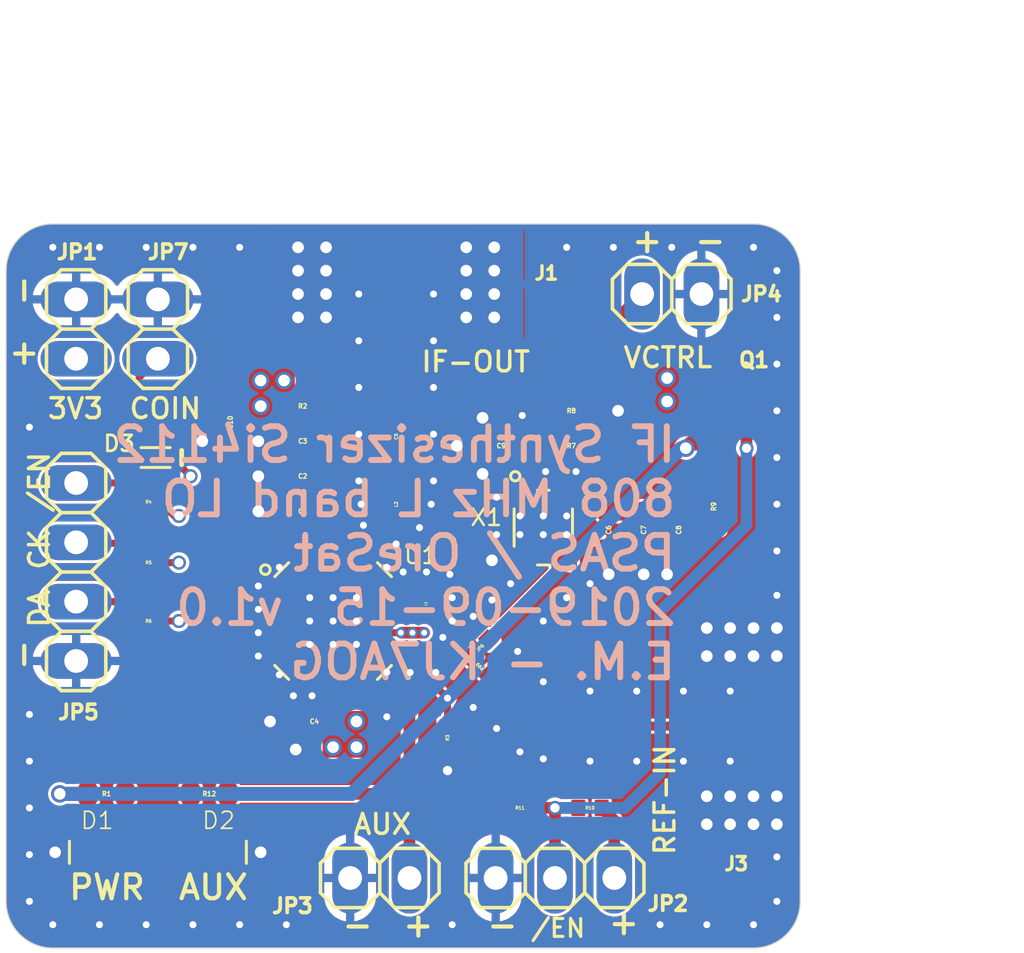
<source format=kicad_pcb>
(kicad_pcb (version 20241229) (generator "pcbnew") (generator_version "9.0")
  (layers (0 "F.Cu" signal) (4 "In1.Cu" signal) (6 "In2.Cu" signal) (2 "B.Cu" signal) (13 "F.Paste" user) (15 "B.Paste" user) (5 "F.SilkS" user "F.Silkscreen") (7 "B.SilkS" user "B.Silkscreen") (1 "F.Mask" user) (3 "B.Mask" user) (25 "Edge.Cuts" user))
  (net 0 "")
  (net 1 "GND")
  (net 2 "/SEN")
  (net 3 "SCLK")
  (net 4 "SDATA")
  (net 5 "AUX")
  (net 6 "REF_IN")
  (net 7 "IF_OUT")
  (net 8 "N$93")
  (net 9 "+3V3")
  (net 10 "VCTRL")
  (net 11 "N$21")
  (net 12 "N$22")
  (net 13 "N$2")
  (net 14 "N$3")
  (net 15 "N$25")
  (net 16 "N$10")
  (net 17 "N$11")
  (net 18 "XIN")
  (net 19 "N$9")
  (net 20 "N$4")
  (net 21 "N$5")
  (net 22 "N$1")
  (footprint "synthesizer-IF-Si4112:.0603-B-NOSILK" (layer "F.Cu") (at 144.7011 110.8036 180)
    (property "Reference" "C4")
    (property "Value" "22n" (hide yes))
  )
  (footprint "synthesizer-IF-Si4112:SOT23_401" (layer "F.Cu") (at 161.8011 97.8036 180)
    (property "Reference" "Q1")
    (property "Value" "PMOS" (hide yes))
  )
  (footprint "synthesizer-IF-Si4112:.0402-B-NOSILK" (layer "F.Cu") (at 151.8011 107.6536 45)
    (property "Reference" "JP6")
    (property "Value" "0" (hide yes))
  )
  (footprint "synthesizer-IF-Si4112:SOD-523_514" (layer "F.Cu") (at 137.9011 99.5036)
    (property "Reference" "D3" (hide yes))
    (property "Value" "120mA/40V/370mV" (hide yes))
  )
  (footprint "synthesizer-IF-Si4112:.0603-B-NOSILK" (layer "F.Cu") (at 144.2011 97.3036 180)
    (property "Reference" "R2")
    (property "Value" "0" (hide yes))
  )
  (footprint "synthesizer-IF-Si4112:.0402-B-NOSILK" (layer "F.Cu") (at 148.2011 101.5036 90)
    (property "Reference" "L2")
    (property "Value" "18n" (hide yes))
  )
  (footprint "synthesizer-IF-Si4112:.0603-B-NOSILK" (layer "F.Cu") (at 155.7011 99.0036)
    (property "Reference" "R7")
    (property "Value" "NP" (hide yes))
  )
  (footprint "synthesizer-IF-Si4112:.0603-B-NOSILK" (layer "F.Cu") (at 144.2011 98.8036 180)
    (property "Reference" "C3")
    (property "Value" "NP" (hide yes))
  )
  (footprint "synthesizer-IF-Si4112:1X03_325" (layer "F.Cu") (at 155.0011 117.5036)
    (property "Reference" "JP2")
    (property "Value" "")
  )
  (footprint "synthesizer-IF-Si4112:3.2X2.5" (layer "F.Cu") (at 154.5011 102.5036 -90)
    (property "Reference" "X1")
    (property "Value" "ECS-TXO-3225" (hide yes))
  )
  (footprint "synthesizer-IF-Si4112:1X02_325" (layer "F.Cu") (at 138.0011 94.0036 -90)
    (property "Reference" "JP7")
    (property "Value" "")
  )
  (footprint "synthesizer-IF-Si4112:1X02_325" (layer "F.Cu") (at 160.0011 92.5036 180)
    (property "Reference" "JP4")
    (property "Value" "")
  )
  (footprint "synthesizer-IF-Si4112:.0603-B-NOSILK" (layer "F.Cu") (at 157.3011 102.6036 -90)
    (property "Reference" "C6")
    (property "Value" "NP" (hide yes))
  )
  (footprint "synthesizer-IF-Si4112:.0402-B-NOSILK" (layer "F.Cu") (at 137.6011 101.4036)
    (property "Reference" "R4")
    (property "Value" "47k" (hide yes))
  )
  (footprint "synthesizer-IF-Si4112:.0603-B-NOSILK" (layer "F.Cu") (at 155.7011 97.5036 180)
    (property "Reference" "R8")
    (property "Value" "NP" (hide yes))
  )
  (footprint "synthesizer-IF-Si4112:.0603-B-NOSILK" (layer "F.Cu") (at 152.7011 99.0036 180)
    (property "Reference" "C9")
    (property "Value" "NP" (hide yes))
  )
  (footprint "synthesizer-IF-Si4112:LED-0603_529" (layer "F.Cu") (at 140.2011 116.4036)
    (property "Reference" "D2")
    (property "Value" "RED" (hide yes))
  )
  (footprint "synthesizer-IF-Si4112:.0402-B-NOSILK" (layer "F.Cu") (at 153.5011 114.5036)
    (property "Reference" "R11")
    (property "Value" "NP" (hide yes))
  )
  (footprint "synthesizer-IF-Si4112:.0402-B-NOSILK" (layer "F.Cu") (at 137.6011 106.5036)
    (property "Reference" "R6")
    (property "Value" "47k" (hide yes))
  )
  (footprint "synthesizer-IF-Si4112:.0402-B-NOSILK" (layer "F.Cu") (at 148.2011 98.6036 90)
    (property "Reference" "C5")
    (property "Value" "560p" (hide yes))
  )
  (footprint "synthesizer-IF-Si4112:.0603-B-NOSILK" (layer "F.Cu") (at 160.3011 102.6036 -90)
    (property "Reference" "C8")
    (property "Value" "1u" (hide yes))
  )
  (footprint "synthesizer-IF-Si4112:.0603-B-NOSILK" (layer "F.Cu") (at 140.2011 113.9036)
    (property "Reference" "R12")
    (property "Value" "2.7k" (hide yes))
  )
  (footprint "synthesizer-IF-Si4112:1X04_325" (layer "F.Cu") (at 134.5011 104.4036 90)
    (property "Reference" "JP5")
    (property "Value" "")
  )
  (footprint "synthesizer-IF-Si4112:1X02_325" (layer "F.Cu") (at 147.5011 117.5036)
    (property "Reference" "JP3")
    (property "Value" "")
  )
  (footprint "synthesizer-IF-Si4112:1X02_325" (layer "F.Cu") (at 134.5011 94.0036 -90)
    (property "Reference" "JP1")
    (property "Value" "")
  )
  (footprint "synthesizer-IF-Si4112:.0402-B-NOSILK" (layer "F.Cu") (at 156.5011 114.5036)
    (property "Reference" "R10")
    (property "Value" "47k" (hide yes))
  )
  (footprint "synthesizer-IF-Si4112:.0402-B-NOSILK" (layer "F.Cu") (at 137.6011 104.0036)
    (property "Reference" "R5")
    (property "Value" "47k" (hide yes))
  )
  (footprint "synthesizer-IF-Si4112:.0603-B-NOSILK" (layer "F.Cu") (at 141.1011 98.0036 -90)
    (property "Reference" "C10")
    (property "Value" "1u" (hide yes))
  )
  (footprint "synthesizer-IF-Si4112:.0402-C-NOSILK" (layer "F.Cu") (at 149.4711 105.7536 -90)
    (property "Reference" "L1")
    (property "Value" "3.9n" (hide yes))
  )
  (footprint "synthesizer-IF-Si4112:.0603-B-NOSILK" (layer "F.Cu") (at 161.8011 101.6036 -90)
    (property "Reference" "R9")
    (property "Value" "0" (hide yes))
  )
  (footprint "synthesizer-IF-Si4112:.0603-B-NOSILK" (layer "F.Cu") (at 144.2011 100.3036 180)
    (property "Reference" "C2")
    (property "Value" "NP" (hide yes))
  )
  (footprint "synthesizer-IF-Si4112:.0402-B-NOSILK" (layer "F.Cu") (at 150.4011 111.5036 90)
    (property "Reference" "R3")
    (property "Value" "47k" (hide yes))
  )
  (footprint "synthesizer-IF-Si4112:.0603-B-NOSILK" (layer "F.Cu") (at 144.2011 101.8036 180)
    (property "Reference" "C1")
    (property "Value" "22n" (hide yes))
  )
  (footprint "synthesizer-IF-Si4112:.0603-B-NOSILK" (layer "F.Cu") (at 158.8011 102.6036 -90)
    (property "Reference" "C7")
    (property "Value" "22n" (hide yes))
  )
  (footprint "synthesizer-IF-Si4112:.0402-B-NOSILK" (layer "F.Cu") (at 151.8011 108.4536 -45)
    (property "Reference" "R99")
    (property "Value" "NP" (hide yes))
  )
  (footprint "synthesizer-IF-Si4112:QFN28-5X5-WITH-CENTER-PAD" (layer "F.Cu") (at 145.5011 106.5036)
    (property "Reference" "U1")
    (property "Value" "SI4112" (hide yes))
  )
  (footprint "synthesizer-IF-Si4112:.0603-B-NOSILK" (layer "F.Cu") (at 135.8011 113.9036 180)
    (property "Reference" "R1")
    (property "Value" "2.7k" (hide yes))
  )
  (footprint "synthesizer-IF-Si4112:142-0701-851" (layer "F.Cu") (at 148.2011 89.5036)
    (property "Reference" "J1")
    (property "Value" "142-0701-851" (hide yes))
  )
  (footprint "synthesizer-IF-Si4112:142-0701-851" (layer "F.Cu") (at 165.5011 111.0036 -90)
    (property "Reference" "J3")
    (property "Value" "142-0701-851" (hide yes))
  )
  (footprint "synthesizer-IF-Si4112:LED-0603_529" (layer "F.Cu") (at 135.8011 116.4036 180)
    (property "Reference" "D1")
    (property "Value" "GREEN" (hide yes))
  )
  (gr_arc (start 163.5011 89.5036) (mid 164.915314 90.089386) (end 165.5011 91.5036) (stroke (width 0.05)) (layer "Edge.Cuts"))
  (gr_line (start 133.5011 120.5036) (end 163.5011 120.5036) (stroke (width 0.05)) (layer "Edge.Cuts"))
  (gr_arc (start 131.5011 91.5036) (mid 132.086886 90.089386) (end 133.5011 89.5036) (stroke (width 0.05)) (layer "Edge.Cuts"))
  (gr_line (start 165.5011 118.5036) (end 165.5011 91.5036) (stroke (width 0.05)) (layer "Edge.Cuts"))
  (gr_arc (start 165.5011 118.5036) (mid 164.915314 119.917814) (end 163.5011 120.5036) (stroke (width 0.05)) (layer "Edge.Cuts"))
  (gr_line (start 131.5011 91.5036) (end 131.5011 118.5036) (stroke (width 0.05)) (layer "Edge.Cuts"))
  (gr_arc (start 133.5011 120.5036) (mid 132.086886 119.917814) (end 131.5011 118.5036) (stroke (width 0.05)) (layer "Edge.Cuts"))
  (gr_line (start 163.5011 89.5036) (end 133.5011 89.5036) (stroke (width 0.05)) (layer "Edge.Cuts"))
  (gr_text "-" (at 132.8011 108.7036 90) (layer "F.SilkS") (effects (font (size 1.02 1.02) (thickness 0.18)) (justify left bottom)))
  (gr_text "AUX" (at 138.8011 118.5036 0) (layer "F.SilkS") (effects (font (size 1.02 1.02) (thickness 0.18)) (justify left bottom)))
  (gr_text "REF-IN" (at 160.2011 116.6036 90) (layer "F.SilkS") (effects (font (size 0.85 0.85)) (justify left bottom)))
  (gr_text "CK" (at 133.4221 104.3836 90) (layer "F.SilkS") (effects (font (size 0.85 0.85)) (justify left bottom)))
  (gr_text "/EN" (at 133.4221 101.9336 90) (layer "F.SilkS") (effects (font (size 0.85 0.85)) (justify left bottom)))
  (gr_text "COIN" (at 136.7011 97.9036 0) (layer "F.SilkS") (effects (font (size 0.85 0.85)) (justify left bottom)))
  (gr_text "-" (at 160.9011 90.8036 0) (layer "F.SilkS") (effects (font (size 1.02 1.02) (thickness 0.18)) (justify left bottom)))
  (gr_text "-" (at 145.8011 120.1036 0) (layer "F.SilkS") (effects (font (size 1.02 1.02) (thickness 0.18)) (justify left bottom)))
  (gr_text "/EN" (at 153.9011 120.1036 0) (layer "F.SilkS") (effects (font (size 0.765 0.765) (thickness 0.135)) (justify left bottom)))
  (gr_text "+" (at 132.8011 95.8036 90) (layer "F.SilkS") (effects (font (size 1.02 1.02) (thickness 0.18)) (justify left bottom)))
  (gr_text "DA" (at 133.4221 106.862171 90) (layer "F.SilkS") (effects (font (size 0.85 0.85)) (justify left bottom)))
  (gr_text "IF-OUT" (at 149.2011 95.9036 0) (layer "F.SilkS") (effects (font (size 0.85 0.85)) (justify left bottom)))
  (gr_text "3V3" (at 133.2011 97.9036 0) (layer "F.SilkS") (effects (font (size 0.85 0.85)) (justify left bottom)))
  (gr_text "-" (at 132.8011 93.1036 90) (layer "F.SilkS") (effects (font (size 1.02 1.02) (thickness 0.18)) (justify left bottom)))
  (gr_text "+" (at 158.2011 90.8036 0) (layer "F.SilkS") (effects (font (size 1.02 1.02) (thickness 0.18)) (justify left bottom)))
  (gr_text "+" (at 148.4011 120.1036 0) (layer "F.SilkS") (effects (font (size 1.02 1.02) (thickness 0.18)) (justify left bottom)))
  (gr_text "AUX" (at 146.3011 115.7036 0) (layer "F.SilkS") (effects (font (size 0.85 0.85)) (justify left bottom)))
  (gr_text "-" (at 152.0011 120.1036 0) (layer "F.SilkS") (effects (font (size 1.02 1.02) (thickness 0.18)) (justify left bottom)))
  (gr_text "PWR" (at 134.1011 118.5036 0) (layer "F.SilkS") (effects (font (size 1.02 1.02) (thickness 0.18)) (justify left bottom)))
  (gr_text "VCTRL" (at 157.856815 95.7246 0) (layer "F.SilkS") (effects (font (size 0.85 0.85)) (justify left bottom)))
  (gr_text "+" (at 157.2011 120.0036 0) (layer "F.SilkS") (effects (font (size 1.02 1.02) (thickness 0.18)) (justify left bottom)))
  (gr_text "D3" (at 135.6011 99.3036 0) (layer "F.SilkS") (effects (font (size 0.68 0.68) (thickness 0.12)) (justify left bottom)))
  (gr_text "IF Synthesizer Si4112\n808 MHz L band LO\nPSAS / OreSat\n2019-09-15  v1.0\nE.M. - KJ7AOG" (at 160.3011 109.1036 -0) (layer "B.SilkS") (effects (font (size 1.445 1.445) (thickness 0.255)) (justify left bottom mirror)))
  (segment (start 142.3011 107.5036) (end 142.3011 108.0036) (width 0.3) (layer "F.Cu") (net 1))
  (segment (start 147.7011 107.5036) (end 146.5011 107.5036) (width 0.3) (layer "F.Cu") (net 1))
  (segment (start 153.6061 104.3986) (end 153.1011 104.9036) (width 0.5) (layer "F.Cu") (net 1))
  (segment (start 143.8011 110.8036) (end 143.9011 110.8036) (width 0.5) (layer "F.Cu") (net 1))
  (segment (start 147.0011 108.7036) (end 147.8011 108.7036) (width 0.3) (layer "F.Cu") (net 1))
  (segment (start 144.5011 109.7036) (end 144.6011 109.7036) (width 0.3) (layer "F.Cu") (net 1))
  (segment (start 142.3011 105.5036) (end 142.3011 105.0036) (width 0.3) (layer "F.Cu") (net 1))
  (segment (start 147.7011 104.2036) (end 147.8011 104.2036) (width 0.3) (layer "F.Cu") (net 1))
  (segment (start 143.3011 106.5036) (end 142.3011 106.5036) (width 0.3) (layer "F.Cu") (net 1))
  (segment (start 143.4011 98.8036) (end 143.4011 100.3036) (width 0.5) (layer "F.Cu") (net 1))
  (segment (start 145.0011 107.5036) (end 144.5011 107.5036) (width 0.3) (layer "F.Cu") (net 1))
  (segment (start 143.4011 98.8036) (end 142.3011 98.8036) (width 0.5) (layer "F.Cu") (net 1))
  (segment (start 158.8011 103.4036) (end 157.3011 103.4036) (width 0.5) (layer "F.Cu") (net 1))
  (segment (start 147.7011 106.5036) (end 146.5011 106.5036) (width 0.3) (layer "F.Cu") (net 1))
  (segment (start 156.5011 97.5036) (end 157.7011 97.5036) (width 0.5) (layer "F.Cu") (net 1))
  (segment (start 144.0011 105.0036) (end 144.5011 105.5036) (width 0.3) (layer "F.Cu") (net 1))
  (segment (start 143.2011 104.3036) (end 143.2011 104.2036) (width 0.3) (layer "F.Cu") (net 1))
  (segment (start 143.3011 107.5036) (end 142.3011 107.5036) (width 0.3) (layer "F.Cu") (net 1))
  (segment (start 147.0011 108.7036) (end 147.0011 108.3031) (width 0.3) (layer "F.Cu") (net 1))
  (segment (start 143.3011 106.0036) (end 142.3011 106.0036) (width 0.3) (layer "F.Cu") (net 1))
  (segment (start 143.3011 106.5036) (end 144.5011 106.5036) (width 0.3) (layer "F.Cu") (net 1))
  (segment (start 144.5011 108.7036) (end 144.5011 109.7036) (width 0.3) (layer "F.Cu") (net 1))
  (segment (start 160.3011 103.4036) (end 158.8011 103.4036) (width 0.5) (layer "F.Cu") (net 1))
  (segment (start 133.6011 116.4036) (end 134.9241 116.4036) (width 0.5) (layer "F.Cu") (net 1))
  (segment (start 153.6061 103.8686) (end 152.3011 103.8686) (width 0.5) (layer "F.Cu") (net 1))
  (segment (start 144.5011 108.7036) (end 144.5011 107.5036) (width 0.3) (layer "F.Cu") (net 1))
  (segment (start 143.3011 107.0036) (end 144.5011 107.0036) (width 0.3) (layer "F.Cu") (net 1))
  (segment (start 141.1011 98.8036) (end 142.3011 98.8036) (width 0.5) (layer "F.Cu") (net 1))
  (segment (start 147.0011 105.0036) (end 146.5011 105.5036) (width 0.3) (layer "F.Cu") (net 1))
  (segment (start 144.0011 104.3036) (end 144.0011 105.0036) (width 0.3) (layer "F.Cu") (net 1))
  (segment (start 143.3011 106.0036) (end 144.5011 106.0036) (width 0.3) (layer "F.Cu") (net 1))
  (segment (start 151.9011 99.0036) (end 151.9011 100.2036) (width 0.5) (layer "F.Cu") (net 1))
  (segment (start 143.3011 105.0036) (end 143.3011 104.2036) (width 0.3) (layer "F.Cu") (net 1))
  (segment (start 146.9979 108.2999) (end 146.9979 108.0004) (width 0.3) (layer "F.Cu") (net 1))
  (segment (start 142.3011 106.5036) (end 142.3011 107.0036) (width 0.3) (layer "F.Cu") (net 1))
  (segment (start 144.0011 108.7036) (end 143.3011 108.7036) (width 0.3) (layer "F.Cu") (net 1))
  (segment (start 145.0011 108.7036) (end 145.0011 109.3036) (width 0.3) (layer "F.Cu") (net 1))
  (segment (start 144.0011 108.0036) (end 144.5011 107.5036) (width 0.3) (layer "F.Cu") (net 1))
  (segment (start 158.8011 104.5036) (end 158.8011 103.4036) (width 0.5) (layer "F.Cu") (net 1))
  (segment (start 143.3011 107.5036) (end 144.5011 107.5036) (width 0.3) (layer "F.Cu") (net 1))
  (segment (start 147.7011 104.3036) (end 147.7011 104.2036) (width 0.3) (layer "F.Cu") (net 1))
  (segment (start 143.3011 105.0036) (end 142.3011 105.0036) (width 0.3) (layer "F.Cu") (net 1))
  (segment (start 159.8011 103.9036) (end 160.3011 103.4036) (width 0.5) (layer "F.Cu") (net 1))
  (segment (start 143.3011 105.0036) (end 144.0011 105.0036) (width 0.3) (layer "F.Cu") (net 1))
  (segment (start 143.4011 100.3036) (end 143.4011 101.8036) (width 0.5) (layer "F.Cu") (net 1))
  (segment (start 151.9011 99.0036) (end 151.9011 97.8036) (width 0.5) (layer "F.Cu") (net 1))
  (segment (start 147.0011 104.3036) (end 147.7011 104.3036) (width 0.3) (layer "F.Cu") (net 1))
  (segment (start 143.3011 107.0036) (end 142.3011 107.0036) (width 0.3) (layer "F.Cu") (net 1))
  (segment (start 147.7011 105.0036) (end 147.7011 104.2036) (width 0.3) (layer "F.Cu") (net 1))
  (segment (start 159.8011 103.9036) (end 159.8011 104.5036) (width 0.5) (layer "F.Cu") (net 1))
  (segment (start 143.3011 108.0036) (end 142.3011 108.0036) (width 0.3) (layer "F.Cu") (net 1))
  (segment (start 143.3011 105.5036) (end 144.5011 105.5036) (width 0.3) (layer "F.Cu") (net 1))
  (segment (start 145.0011 108.7036) (end 145.0011 107.5036) (width 0.3) (layer "F.Cu") (net 1))
  (segment (start 143.4011 100.3036) (end 142.3011 100.3036) (width 0.5) (layer "F.Cu") (net 1))
  (segment (start 147.7011 107.5036) (end 147.9211 107.5036) (width 0.26) (layer "F.Cu") (net 1))
  (segment (start 147.0011 104.3036) (end 147.0011 105.0036) (width 0.3) (layer "F.Cu") (net 1))
  (segment (start 144.0011 108.0036) (end 144.5011 107.5036) (width 0.3) (layer "F.Cu") (net 1))
  (segment (start 157.3011 104.5036) (end 157.3011 103.4036) (width 0.5) (layer "F.Cu") (net 1))
  (segment (start 144.0011 108.7036) (end 144.0011 109.7036) (width 0.3) (layer "F.Cu") (net 1))
  (segment (start 143.8011 109.7036) (end 143.8011 110.8036) (width 0.5) (layer "F.Cu") (net 1))
  (segment (start 146.9979 108.0004) (end 146.5011 107.5036) (width 0.3) (layer "F.Cu") (net 1))
  (segment (start 147.0011 108.3031) (end 146.9979 108.2999) (width 0.3) (layer "F.Cu") (net 1))
  (segment (start 141.0781 116.4036) (end 142.4011 116.4036) (width 0.5) (layer "F.Cu") (net 1))
  (segment (start 147.9211 107.5036) (end 147.9211 107.5106) (width 0.26) (layer "F.Cu") (net 1))
  (segment (start 143.9011 110.8036) (end 143.9011 112.0036) (width 0.5) (layer "F.Cu") (net 1))
  (segment (start 144.0011 108.7036) (end 144.0011 108.0036) (width 0.3) (layer "F.Cu") (net 1))
  (segment (start 147.9211 107.5106) (end 148.5011 107.5106) (width 0.26) (layer "F.Cu") (net 1))
  (segment (start 143.3011 108.8036) (end 143.3011 108.0036) (width 0.3) (layer "F.Cu") (net 1))
  (segment (start 143.3011 108.7036) (end 143.3011 108.8036) (width 0.3) (layer "F.Cu") (net 1))
  (segment (start 143.3011 108.0036) (end 144.0011 108.0036) (width 0.3) (layer "F.Cu") (net 1))
  (segment (start 143.3011 105.5036) (end 142.3011 105.5036) (width 0.3) (layer "F.Cu") (net 1))
  (segment (start 153.6061 103.8686) (end 153.6061 104.3986) (width 0.5) (layer "F.Cu") (net 1))
  (segment (start 153.6061 103.8686) (end 153.6061 102.8036) (width 0.5) (layer "F.Cu") (net 1))
  (segment (start 141.1011 98.8036) (end 139.9011 98.8036) (width 0.5) (layer "F.Cu") (net 1))
  (segment (start 142.8011 110.8036) (end 143.9011 110.8036) (width 0.5) (layer "F.Cu") (net 1))
  (segment (start 145.0011 109.3036) (end 144.6011 109.7036) (width 0.3) (layer "F.Cu") (net 1))
  (segment (start 153.6061 102.8036) (end 153.5011 102.8036) (width 0.5) (layer "F.Cu") (net 1))
  (segment (start 144.0011 109.7036) (end 143.8011 109.7036) (width 0.3) (layer "F.Cu") (net 1))
  (segment (start 143.3011 104.2036) (end 143.2011 104.2036) (width 0.3) (layer "F.Cu") (net 1))
  (segment (start 143.4011 101.8036) (end 142.3011 101.8036) (width 0.5) (layer "F.Cu") (net 1))
  (segment (start 147.7011 105.0036) (end 147.0011 105.0036) (width 0.3) (layer "F.Cu") (net 1))
  (segment (start 144.5011 107.0036) (end 144.5011 106.5036) (width 0.3) (layer "F.Cu") (net 1))
  (segment (start 152.3011 103.8686) (end 152.3011 103.9036) (width 0.5) (layer "F.Cu") (net 1))
  (segment (start 144.0011 104.3036) (end 143.2011 104.3036) (width 0.3) (layer "F.Cu") (net 1))
  (segment (start 147.0011 105.0036) (end 146.5011 105.5036) (width 0.3) (layer "F.Cu") (net 1))
  (segment (start 144.0011 105.0036) (end 144.5011 105.5036) (width 0.3) (layer "F.Cu") (net 1))
  (segment (start 143.2011 108.8036) (end 143.3011 108.8036) (width 0.3) (layer "F.Cu") (net 1))
  (segment (start 144.5011 106.0036) (end 144.5011 106.5036) (width 0.3) (layer "F.Cu") (net 1))
  (segment (start 150.4011 112.0036) (end 150.4011 112.9036) (width 0.3) (layer "F.Cu") (net 1))
  (segment (start 151.9011 99.0036) (end 150.8011 99.0036) (width 0.5) (layer "F.Cu") (net 1))
  (via (at 133.5011 90.5036) (size 0.5032) (drill 0.3) (layers "F.Cu" "B.Cu") (net 1))
  (via (at 145.5011 106.5036) (size 0.5032) (drill 0.3) (layers "F.Cu" "B.Cu") (net 1))
  (via (at 161.5011 108.0036) (size 0.75) (drill 0.5) (layers "F.Cu" "B.Cu") (net 1))
  (via (at 160.5011 112.5036) (size 0.5032) (drill 0.3) (layers "F.Cu" "B.Cu") (net 1))
  (via (at 148.8011 108.7036) (size 0.5032) (drill 0.3) (layers "F.Cu" "B.Cu") (net 1))
  (via (at 150.8011 99.0036) (size 0.75) (drill 0.5) (layers "F.Cu" "B.Cu") (net 1))
  (via (at 153.5011 112.1036) (size 0.5032) (drill 0.3) (layers "F.Cu" "B.Cu") (net 1))
  (via (at 143.9011 112.0036) (size 0.75) (drill 0.5) (layers "F.Cu" "B.Cu") (net 1))
  (via (at 162.5011 106.8036) (size 0.75) (drill 0.5) (layers "F.Cu" "B.Cu") (net 1))
  (via (at 142.4011 116.4036) (size 0.75) (drill 0.5) (layers "F.Cu" "B.Cu") (net 1))
  (via (at 141.5011 119.5036) (size 0.5032) (drill 0.3) (layers "F.Cu" "B.Cu") (net 1))
  (via (at 153.1011 104.9036) (size 0.5032) (drill 0.3) (layers "F.Cu" "B.Cu") (net 1))
  (via (at 151.2011 90.5036) (size 0.75) (drill 0.5) (layers "F.Cu" "B.Cu") (net 1))
  (via (at 162.5011 115.2036) (size 0.75) (drill 0.5) (layers "F.Cu" "B.Cu") (net 1))
  (via (at 144.0011 92.5036) (size 0.75) (drill 0.5) (layers "F.Cu" "B.Cu") (net 1))
  (via (at 147.8011 110.6036) (size 0.5032) (drill 0.3) (layers "F.Cu" "B.Cu") (net 1))
  (via (at 133.6011 116.4036) (size 0.75) (drill 0.5) (layers "F.Cu" "B.Cu") (net 1))
  (via (at 149.8011 100.5036) (size 0.5032) (drill 0.3) (layers "F.Cu" "B.Cu") (net 1))
  (via (at 145.2011 90.5036) (size 0.75) (drill 0.5) (layers "F.Cu" "B.Cu") (net 1))
  (via (at 150.6011 105.5036) (size 0.5032) (drill 0.3) (layers "F.Cu" "B.Cu") (net 1))
  (via (at 137.5011 119.5036) (size 0.5032) (drill 0.3) (layers "F.Cu" "B.Cu") (net 1))
  (via (at 149.8011 98.5036) (size 0.5032) (drill 0.3) (layers "F.Cu" "B.Cu") (net 1))
  (via (at 143.5011 119.5036) (size 0.5032) (drill 0.3) (layers "F.Cu" "B.Cu") (net 1))
  (via (at 146.6011 92.5036) (size 0.5032) (drill 0.3) (layers "F.Cu" "B.Cu") (net 1))
  (via (at 132.5011 110.5036) (size 0.5032) (drill 0.3) (layers "F.Cu" "B.Cu") (net 1))
  (via (at 133.5011 119.5036) (size 0.5032) (drill 0.3) (layers "F.Cu" "B.Cu") (net 1))
  (via (at 152.4011 92.5036) (size 0.75) (drill 0.5) (layers "F.Cu" "B.Cu") (net 1))
  (via (at 150.4011 112.9036) (size 0.6032) (drill 0.4) (layers "F.Cu" "B.Cu") (net 1))
  (via (at 146.5011 105.5036) (size 0.5032) (drill 0.3) (layers "F.Cu" "B.Cu") (net 1))
  (via (at 143.2011 104.2036) (size 0.5032) (drill 0.3) (layers "F.Cu" "B.Cu") (net 1))
  (via (at 154.5011 102.8036) (size 0.5032) (drill 0.3) (layers "F.Cu" "B.Cu") (net 1))
  (via (at 135.5011 90.5036) (size 0.5032) (drill 0.3) (layers "F.Cu" "B.Cu") (net 1))
  (via (at 149.8011 92.5036) (size 0.5032) (drill 0.3) (layers "F.Cu" "B.Cu") (net 1))
  (via (at 151.5011 106.3036) (size 0.5032) (drill 0.3) (layers "F.Cu" "B.Cu") (net 1))
  (via (at 155.5011 102.8036) (size 0.5032) (drill 0.3) (layers "F.Cu" "B.Cu") (net 1))
  (via (at 143.2011 108.8036) (size 0.5032) (drill 0.3) (layers "F.Cu" "B.Cu") (net 1))
  (via (at 157.5011 90.5036) (size 0.5032) (drill 0.3) (layers "F.Cu" "B.Cu") (net 1))
  (via (at 151.9011 97.8036) (size 0.75) (drill 0.5) (layers "F.Cu" "B.Cu") (net 1))
  (via (at 142.3011 100.3036) (size 0.75) (drill 0.5) (layers "F.Cu" "B.Cu") (net 1))
  (via (at 139.9011 98.8036) (size 0.75) (drill 0.5) (layers "F.Cu" "B.Cu") (net 1))
  (via (at 147.8011 108.7036) (size 0.5032) (drill 0.3) (layers "F.Cu" "B.Cu") (net 1))
  (via (at 143.8011 109.7036) (size 0.5032) (drill 0.3) (layers "F.Cu" "B.Cu") (net 1))
  (via (at 154.6011 100.1036) (size 0.5032) (drill 0.3) (layers "F.Cu" "B.Cu") (net 1))
  (via (at 159.5011 119.5036) (size 0.5032) (drill 0.3) (layers "F.Cu" "B.Cu") (net 1))
  (via (at 148.2011 103.2036) (size 0.5032) (drill 0.3) (layers "F.Cu" "B.Cu") (net 1))
  (via (at 153.6011 97.7036) (size 0.5032) (drill 0.3) (layers "F.Cu" "B.Cu") (net 1))
  (via (at 147.8011 104.2036) (size 0.5032) (drill 0.3) (layers "F.Cu" "B.Cu") (net 1))
  (via (at 146.7011 101.5036) (size 0.5032) (drill 0.3) (layers "F.Cu" "B.Cu") (net 1))
  (via (at 152.4011 91.5036) (size 0.75) (drill 0.5) (layers "F.Cu" "B.Cu") (net 1))
  (via (at 144.5011 106.5036) (size 0.5032) (drill 0.3) (layers "F.Cu" "B.Cu") (net 1))
  (via (at 146.6011 100.5036) (size 0.5032) (drill 0.3) (layers "F.Cu" "B.Cu") (net 1))
  (via (at 151.9011 100.2036) (size 0.75) (drill 0.5) (layers "F.Cu" "B.Cu") (net 1))
  (via (at 132.5011 114.5036) (size 0.5032) (drill 0.3) (layers "F.Cu" "B.Cu") (net 1))
  (via (at 153.5011 102.0036) (size 0.5032) (drill 0.3) (layers "F.Cu" "B.Cu") (net 1))
  (via (at 150.5011 104.5036) (size 0.5032) (drill 0.3) (layers "F.Cu" "B.Cu") (net 1))
  (via (at 155.9011 100.1036) (size 0.5032) (drill 0.3) (layers "F.Cu" "B.Cu") (net 1))
  (via (at 149.8011 94.5036) (size 0.5032) (drill 0.3) (layers "F.Cu" "B.Cu") (net 1))
  (via (at 163.5011 114.0036) (size 0.75) (drill 0.5) (layers "F.Cu" "B.Cu") (net 1))
  (via (at 142.3011 107.0036) (size 0.5032) (drill 0.3) (layers "F.Cu" "B.Cu") (net 1))
  (via (at 152.4011 90.5036) (size 0.75) (drill 0.5) (layers "F.Cu" "B.Cu") (net 1))
  (via (at 142.3011 101.8036) (size 0.75) (drill 0.5) (layers "F.Cu" "B.Cu") (net 1))
  (via (at 145.5011 107.5036) (size 0.5032) (drill 0.3) (layers "F.Cu" "B.Cu") (net 1))
  (via (at 137.5011 90.5036) (size 0.5032) (drill 0.3) (layers "F.Cu" "B.Cu") (net 1))
  (via (at 164.5011 97.5036) (size 0.5032) (drill 0.3) (layers "F.Cu" "B.Cu") (net 1))
  (via (at 149.5011 104.4036) (size 0.5032) (drill 0.3) (layers "F.Cu" "B.Cu") (net 1))
  (via (at 164.5011 101.5036) (size 0.5032) (drill 0.3) (layers "F.Cu" "B.Cu") (net 1))
  (via (at 164.5011 95.5036) (size 0.5032) (drill 0.3) (layers "F.Cu" "B.Cu") (net 1))
  (via (at 142.8011 110.8036) (size 0.75) (drill 0.5) (layers "F.Cu" "B.Cu") (net 1))
  (via (at 161.5011 115.2036) (size 0.75) (drill 0.5) (layers "F.Cu" "B.Cu") (net 1))
  (via (at 142.3011 108.0036) (size 0.5032) (drill 0.3) (layers "F.Cu" "B.Cu") (net 1))
  (via (at 132.5011 98.2036) (size 0.5032) (drill 0.3) (layers "F.Cu" "B.Cu") (net 1))
  (via (at 163.5011 115.2036) (size 0.75) (drill 0.5) (layers "F.Cu" "B.Cu") (net 1))
  (via (at 164.5011 91.5036) (size 0.5032) (drill 0.3) (layers "F.Cu" "B.Cu") (net 1))
  (via (at 164.5011 103.5036) (size 0.5032) (drill 0.3) (layers "F.Cu" "B.Cu") (net 1))
  (via (at 162.5011 108.0036) (size 0.75) (drill 0.5) (layers "F.Cu" "B.Cu") (net 1))
  (via (at 144.0011 91.5036) (size 0.75) (drill 0.5) (layers "F.Cu" "B.Cu") (net 1))
  (via (at 145.2011 92.5036) (size 0.75) (drill 0.5) (layers "F.Cu" "B.Cu") (net 1))
  (via (at 139.5011 119.5036) (size 0.5032) (drill 0.3) (layers "F.Cu" "B.Cu") (net 1))
  (via (at 145.2011 91.5036) (size 0.75) (drill 0.5) (layers "F.Cu" "B.Cu") (net 1))
  (via (at 164.5011 93.5036) (size 0.5032) (drill 0.3) (layers "F.Cu" "B.Cu") (net 1))
  (via (at 164.5011 115.2036) (size 0.75) (drill 0.5) (layers "F.Cu" "B.Cu") (net 1))
  (via (at 144.0011 93.5036) (size 0.75) (drill 0.5) (layers "F.Cu" "B.Cu") (net 1))
  (via (at 151.5011 110.2036) (size 0.5032) (drill 0.3) (layers "F.Cu" "B.Cu") (net 1))
  (via (at 154.5011 106.5036) (size 0.5032) (drill 0.3) (layers "F.Cu" "B.Cu") (net 1))
  (via (at 139.5011 90.5036) (size 0.5032) (drill 0.3) (layers "F.Cu" "B.Cu") (net 1))
  (via (at 149.2011 102.5036) (size 0.5032) (drill 0.3) (layers "F.Cu" "B.Cu") (net 1))
  (via (at 142.3011 106.0036) (size 0.5032) (drill 0.3) (layers "F.Cu" "B.Cu") (net 1))
  (via (at 157.3011 104.5036) (size 0.75) (drill 0.5) (layers "F.Cu" "B.Cu") (net 1))
  (via (at 155.5011 105.5036) (size 0.5032) (drill 0.3) (layers "F.Cu" "B.Cu") (net 1))
  (via (at 164.5011 106.8036) (size 0.75) (drill 0.5) (layers "F.Cu" "B.Cu") (net 1))
  (via (at 135.5011 119.5036) (size 0.5032) (drill 0.3) (layers "F.Cu" "B.Cu") (net 1))
  (via (at 163.5011 90.5036) (size 0.5032) (drill 0.3) (layers "F.Cu" "B.Cu") (net 1))
  (via (at 149.8011 96.5036) (size 0.5032) (drill 0.3) (layers "F.Cu" "B.Cu") (net 1))
  (via (at 162.5011 114.0036) (size 0.75) (drill 0.5) (layers "F.Cu" "B.Cu") (net 1))
  (via (at 152.5011 102.8036) (size 0.5032) (drill 0.3) (layers "F.Cu" "B.Cu") (net 1))
  (via (at 155.5011 102.0036) (size 0.5032) (drill 0.3) (layers "F.Cu" "B.Cu") (net 1))
  (via (at 150.2011 107.2036) (size 0.5032) (drill 0.3) (layers "F.Cu" "B.Cu") (net 1))
  (via (at 164.5011 99.5036) (size 0.5032) (drill 0.3) (layers "F.Cu" "B.Cu") (net 1))
  (via (at 158.5011 112.5036) (size 0.5032) (drill 0.3) (layers "F.Cu" "B.Cu") (net 1))
  (via (at 142.3011 105.0036) (size 0.5032) (drill 0.3) (layers "F.Cu" "B.Cu") (net 1))
  (via (at 163.5011 108.0036) (size 0.75) (drill 0.5) (layers "F.Cu" "B.Cu") (net 1))
  (via (at 164.5011 114.0036) (size 0.75) (drill 0.5) (layers "F.Cu" "B.Cu") (net 1))
  (via (at 132.5011 112.5036) (size 0.5032) (drill 0.3) (layers "F.Cu" "B.Cu") (net 1))
  (via (at 145.2011 93.5036) (size 0.75) (drill 0.5) (layers "F.Cu" "B.Cu") (net 1))
  (via (at 164.5011 118.5036) (size 0.5032) (drill 0.3) (layers "F.Cu" "B.Cu") (net 1))
  (via (at 145.5011 105.5036) (size 0.5032) (drill 0.3) (layers "F.Cu" "B.Cu") (net 1))
  (via (at 161.5011 114.0036) (size 0.75) (drill 0.5) (layers "F.Cu" "B.Cu") (net 1))
  (via (at 150.6011 106.5036) (size 0.5032) (drill 0.3) (layers "F.Cu" "B.Cu") (net 1))
  (via (at 154.5011 112.4036) (size 0.5032) (drill 0.3) (layers "F.Cu" "B.Cu") (net 1))
  (via (at 161.5011 119.5036) (size 0.5032) (drill 0.3) (layers "F.Cu" "B.Cu") (net 1))
  (via (at 142.3011 98.8036) (size 0.75) (drill 0.5) (layers "F.Cu" "B.Cu") (net 1))
  (via (at 146.5011 107.5036) (size 0.5032) (drill 0.3) (layers "F.Cu" "B.Cu") (net 1))
  (via (at 158.8011 104.5036) (size 0.75) (drill 0.5) (layers "F.Cu" "B.Cu") (net 1))
  (via (at 163.5011 119.5036) (size 0.5032) (drill 0.3) (layers "F.Cu" "B.Cu") (net 1))
  (via (at 146.6011 96.5036) (size 0.5032) (drill 0.3) (layers "F.Cu" "B.Cu") (net 1))
  (via (at 150.6011 119.5036) (size 0.5032) (drill 0.3) (layers "F.Cu" "B.Cu") (net 1))
  (via (at 156.5011 109.5036) (size 0.5032) (drill 0.3) (layers "F.Cu" "B.Cu") (net 1))
  (via (at 132.5011 116.5036) (size 0.5032) (drill 0.3) (layers "F.Cu" "B.Cu") (net 1))
  (via (at 164.5011 105.4036) (size 0.5032) (drill 0.3) (layers "F.Cu" "B.Cu") (net 1))
  (via (at 155.5011 90.5036) (size 0.5032) (drill 0.3) (layers "F.Cu" "B.Cu") (net 1))
  (via (at 146.8011 102.4036) (size 0.5032) (drill 0.3) (layers "F.Cu" "B.Cu") (net 1))
  (via (at 152.5011 101.2036) (size 0.5032) (drill 0.3) (layers "F.Cu" "B.Cu") (net 1))
  (via (at 156.5011 112.5036) (size 0.5032) (drill 0.3) (layers "F.Cu" "B.Cu") (net 1))
  (via (at 154.5011 102.0036) (size 0.5032) (drill 0.3) (layers "F.Cu" "B.Cu") (net 1))
  (via (at 144.5011 107.5036) (size 0.5032) (drill 0.3) (layers "F.Cu" "B.Cu") (net 1))
  (via (at 154.5011 109.1036) (size 0.5032) (drill 0.3) (layers "F.Cu" "B.Cu") (net 1))
  (via (at 162.5011 112.5036) (size 0.5032) (drill 0.3) (layers "F.Cu" "B.Cu") (net 1))
  (via (at 149.7011 101.5036) (size 0.5032) (drill 0.3) (layers "F.Cu" "B.Cu") (net 1))
  (via (at 153.4011 107.8036) (size 0.5032) (drill 0.3) (layers "F.Cu" "B.Cu") (net 1))
  (via (at 146.6011 98.5036) (size 0.5032) (drill 0.3) (layers "F.Cu" "B.Cu") (net 1))
  (via (at 159.8011 104.5036) (size 0.75) (drill 0.5) (layers "F.Cu" "B.Cu") (net 1))
  (via (at 144.5011 105.5036) (size 0.5032) (drill 0.3) (layers "F.Cu" "B.Cu") (net 1))
  (via (at 164.5011 108.0036) (size 0.75) (drill 0.5) (layers "F.Cu" "B.Cu") (net 1))
  (via (at 146.5011 106.5036) (size 0.5032) (drill 0.3) (layers "F.Cu" "B.Cu") (net 1))
  (via (at 152.3011 105.6036) (size 0.5032) (drill 0.3) (layers "F.Cu" "B.Cu") (net 1))
  (via (at 151.2011 92.5036) (size 0.75) (drill 0.5) (layers "F.Cu" "B.Cu") (net 1))
  (via (at 132.5011 118.5036) (size 0.5032) (drill 0.3) (layers "F.Cu" "B.Cu") (net 1))
  (via (at 157.7011 97.5036) (size 0.75) (drill 0.5) (layers "F.Cu" "B.Cu") (net 1))
  (via (at 152.3011 103.9036) (size 0.75) (drill 0.5) (layers "F.Cu" "B.Cu") (net 1))
  (via (at 153.5011 102.8036) (size 0.5032) (drill 0.3) (layers "F.Cu" "B.Cu") (net 1))
  (via (at 141.5011 90.5036) (size 0.5032) (drill 0.3) (layers "F.Cu" "B.Cu") (net 1))
  (via (at 152.5011 111.1036) (size 0.5032) (drill 0.3) (layers "F.Cu" "B.Cu") (net 1))
  (via (at 152.4011 93.5036) (size 0.75) (drill 0.5) (layers "F.Cu" "B.Cu") (net 1))
  (via (at 161.5011 106.8036) (size 0.75) (drill 0.5) (layers "F.Cu" "B.Cu") (net 1))
  (via (at 160.0011 90.5036) (size 0.5032) (drill 0.3) (layers "F.Cu" "B.Cu") (net 1))
  (via (at 164.5011 116.6036) (size 0.5032) (drill 0.3) (layers "F.Cu" "B.Cu") (net 1))
  (via (at 148.5011 104.4036) (size 0.5032) (drill 0.3) (layers "F.Cu" "B.Cu") (net 1))
  (via (at 151.2011 93.5036) (size 0.75) (drill 0.5) (layers "F.Cu" "B.Cu") (net 1))
  (via (at 146.6011 94.5036) (size 0.5032) (drill 0.3) (layers "F.Cu" "B.Cu") (net 1))
  (via (at 163.5011 106.8036) (size 0.75) (drill 0.5) (layers "F.Cu" "B.Cu") (net 1))
  (via (at 149.9011 108.7036) (size 0.5032) (drill 0.3) (layers "F.Cu" "B.Cu") (net 1))
  (via (at 144.0011 90.5036) (size 0.75) (drill 0.5) (layers "F.Cu" "B.Cu") (net 1))
  (via (at 158.5011 109.5036) (size 0.5032) (drill 0.3) (layers "F.Cu" "B.Cu") (net 1))
  (via (at 151.2011 91.5036) (size 0.75) (drill 0.5) (layers "F.Cu" "B.Cu") (net 1))
  (via (at 156.5011 104.9036) (size 0.5032) (drill 0.3) (layers "F.Cu" "B.Cu") (net 1))
  (via (at 160.5011 109.5036) (size 0.5032) (drill 0.3) (layers "F.Cu" "B.Cu") (net 1))
  (via (at 144.6011 109.7036) (size 0.5032) (drill 0.3) (layers "F.Cu" "B.Cu") (net 1))
  (via (at 162.5011 109.5036) (size 0.5032) (drill 0.3) (layers "F.Cu" "B.Cu") (net 1))
  (segment (start 145.5011 104.3036) (end 145.5011 103.59585) (width 0.3) (layer "F.Cu") (net 2))
  (segment (start 140.7471 102.7496) (end 144.65485 102.7496) (width 0.3) (layer "F.Cu") (net 2))
  (segment (start 145.5011 103.59585) (end 144.65485 102.7496) (width 0.3) (layer "F.Cu") (net 2))
  (segment (start 138.5911 100.5936) (end 140.7471 102.7496) (width 0.3) (layer "F.Cu") (net 2))
  (segment (start 137.1011 100.5936) (end 138.5911 100.5936) (width 0.3) (layer "F.Cu") (net 2))
  (segment (start 134.5011 100.5936) (end 137.1011 100.5936) (width 0.3) (layer "F.Cu") (net 2))
  (segment (start 137.1011 101.4036) (end 137.1011 100.5936) (width 0.3) (layer "F.Cu") (net 2))
  (segment (start 145.0011 104.3036) (end 145.0011 103.699725) (width 0.3) (layer "F.Cu") (net 3))
  (segment (start 144.477975 103.1766) (end 137.1011 103.1766) (width 0.3) (layer "F.Cu") (net 3))
  (segment (start 137.1011 103.1766) (end 134.5441 103.1766) (width 0.3) (layer "F.Cu") (net 3))
  (segment (start 144.477975 103.1766) (end 145.0011 103.699725) (width 0.3) (layer "F.Cu") (net 3))
  (segment (start 134.5011 103.1336) (end 134.5441 103.1766) (width 0.3) (layer "F.Cu") (net 3))
  (segment (start 137.1011 104.0036) (end 137.1011 103.1766) (width 0.3) (layer "F.Cu") (net 3))
  (segment (start 144.5011 103.8036) (end 144.3011 103.6036) (width 0.3) (layer "F.Cu") (net 4))
  (segment (start 134.5011 105.6736) (end 137.1011 105.6736) (width 0.3) (layer "F.Cu") (net 4))
  (segment (start 137.1011 106.5036) (end 137.1011 105.6736) (width 0.3) (layer "F.Cu") (net 4))
  (segment (start 144.5011 104.3036) (end 144.5011 103.8036) (width 0.3) (layer "F.Cu") (net 4))
  (segment (start 137.1011 105.6736) (end 138.6311 105.6736) (width 0.3) (layer "F.Cu") (net 4))
  (segment (start 140.7011 103.6036) (end 144.3011 103.6036) (width 0.3) (layer "F.Cu") (net 4))
  (segment (start 138.6311 105.6736) (end 140.7011 103.6036) (width 0.3) (layer "F.Cu") (net 4))
  (segment (start 148.7711 110.1006) (end 148.7711 113.9036) (width 0.5) (layer "F.Cu") (net 5))
  (segment (start 146.0011 109.307475) (end 146.624225 109.9306) (width 0.3) (layer "F.Cu") (net 5))
  (segment (start 146.624225 109.9306) (end 148.6011 109.9306) (width 0.3) (layer "F.Cu") (net 5))
  (segment (start 148.5711 113.9036) (end 148.7711 113.9036) (width 0.5) (layer "F.Cu") (net 5))
  (segment (start 141.0011 113.9036) (end 148.5711 113.9036) (width 0.5) (layer "F.Cu") (net 5))
  (segment (start 146.0011 108.7036) (end 146.0011 109.307475) (width 0.3) (layer "F.Cu") (net 5))
  (segment (start 148.6011 109.9306) (end 148.7711 110.1006) (width 0.3) (layer "F.Cu") (net 5))
  (segment (start 148.7711 113.9036) (end 148.7711 117.5036) (width 0.5) (layer "F.Cu") (net 5))
  (segment (start 152.154653 108.807157) (end 154.351096 111.0036) (width 0.39) (layer "F.Cu") (net 6))
  (segment (start 154.351096 111.0036) (end 164.3551 111.0036) (width 0.39) (layer "F.Cu") (net 6))
  (segment (start 148.2011 90.6496) (end 148.2011 97.8466) (width 0.39) (layer "F.Cu") (net 7))
  (segment (start 145.1011 97.4036) (end 145.1011 98.8036) (width 0.8) (layer "F.Cu") (net 8))
  (segment (start 145.1011 98.8036) (end 145.1011 100.3036) (width 0.8) (layer "F.Cu") (net 8))
  (segment (start 145.9011 102.8036) (end 145.1011 102.0036) (width 0.8) (layer "F.Cu") (net 8))
  (segment (start 146.0011 102.9036) (end 145.9011 102.8036) (width 0.3) (layer "F.Cu") (net 8))
  (segment (start 146.0011 104.3036) (end 146.0011 102.9036) (width 0.3) (layer "F.Cu") (net 8))
  (segment (start 145.0011 97.3036) (end 145.1011 97.4036) (width 0.8) (layer "F.Cu") (net 8))
  (segment (start 145.1011 100.3036) (end 145.1011 102.0036) (width 0.8) (layer "F.Cu") (net 8))
  (segment (start 145.5011 109.9036) (end 145.5011 108.7036) (width 0.3) (layer "F.Cu") (net 9))
  (segment (start 149.4011 107.0036) (end 148.9011 107.0036) (width 0.5) (layer "F.Cu") (net 9))
  (segment (start 138.6011 99.5036) (end 139.4011 100.3036) (width 0.3) (layer "F.Cu") (net 9))
  (segment (start 157.5411 115.0436) (end 157.5411 117.5036) (width 0.5) (layer "F.Cu") (net 9))
  (segment (start 148.9011 107.0036) (end 148.4281 107.0036) (width 0.5) (layer "F.Cu") (net 9))
  (segment (start 157.0011 114.5036) (end 157.5411 115.0436) (width 0.5) (layer "F.Cu") (net 9))
  (segment (start 138.1011 101.4036) (end 138.7011 102.0036) (width 0.3) (layer "F.Cu") (net 9))
  (segment (start 138.1011 106.5036) (end 138.9011 106.5036) (width 0.3) (layer "F.Cu") (net 9))
  (segment (start 147.7011 107.0036) (end 148.4011 107.0036) (width 0.3) (layer "F.Cu") (net 9))
  (segment (start 138.1011 104.0036) (end 138.9011 104.0036) (width 0.3) (layer "F.Cu") (net 9))
  (segment (start 145.5011 110.8036) (end 145.5011 109.9036) (width 0.8) (layer "F.Cu") (net 9))
  (segment (start 138.7011 102.0036) (end 138.9011 102.0036) (width 0.3) (layer "F.Cu") (net 9))
  (via (at 139.4011 100.3036) (size 0.6032) (drill 0.4) (layers "F.Cu" "B.Cu") (net 9))
  (via (at 148.9011 107.0036) (size 0.4572) (drill 0.254) (layers "F.Cu" "B.Cu") (net 9))
  (via (at 138.9011 104.0036) (size 0.6032) (drill 0.4) (layers "F.Cu" "B.Cu") (net 9))
  (via (at 159.8011 97.1036) (size 0.75) (drill 0.5) (layers "F.Cu" "B.Cu") (net 9))
  (via (at 142.4011 96.2036) (size 0.75) (drill 0.5) (layers "F.Cu" "B.Cu") (net 9))
  (via (at 148.4011 107.0036) (size 0.4572) (drill 0.254) (layers "F.Cu" "B.Cu") (net 9))
  (via (at 145.5011 111.9036) (size 0.75) (drill 0.5) (layers "F.Cu" "B.Cu") (net 9))
  (via (at 143.4011 96.2036) (size 0.75) (drill 0.5) (layers "F.Cu" "B.Cu") (net 9))
  (via (at 138.9011 106.5036) (size 0.6032) (drill 0.4) (layers "F.Cu" "B.Cu") (net 9))
  (via (at 146.5011 110.8036) (size 0.75) (drill 0.5) (layers "F.Cu" "B.Cu") (net 9))
  (via (at 146.5011 111.9036) (size 0.75) (drill 0.5) (layers "F.Cu" "B.Cu") (net 9))
  (via (at 138.9011 102.0036) (size 0.6032) (drill 0.4) (layers "F.Cu" "B.Cu") (net 9))
  (via (at 159.8011 96.1036) (size 0.75) (drill 0.5) (layers "F.Cu" "B.Cu") (net 9))
  (via (at 149.4011 107.0036) (size 0.4572) (drill 0.254) (layers "F.Cu" "B.Cu") (net 9))
  (via (at 142.4011 97.3036) (size 0.75) (drill 0.5) (layers "F.Cu" "B.Cu") (net 9))
  (segment (start 158.7311 92.5036) (end 154.9011 96.3336) (width 0.5) (layer "F.Cu") (net 10))
  (segment (start 153.5011 99.0036) (end 154.9011 99.0036) (width 0.5) (layer "F.Cu") (net 10))
  (segment (start 153.6061 99.1086) (end 153.5011 99.0036) (width 0.5) (layer "F.Cu") (net 10))
  (segment (start 153.6061 101.1386) (end 153.6061 99.1086) (width 0.5) (layer "F.Cu") (net 10))
  (segment (start 154.9011 96.3336) (end 154.9011 97.5036) (width 0.5) (layer "F.Cu") (net 10))
  (segment (start 154.9011 99.0036) (end 154.9011 97.5036) (width 0.5) (layer "F.Cu") (net 10))
  (segment (start 136.6781 113.9806) (end 136.6011 113.9036) (width 0.5) (layer "F.Cu") (net 11))
  (segment (start 136.6781 116.4036) (end 136.6781 113.9806) (width 0.5) (layer "F.Cu") (net 11))
  (segment (start 139.3241 116.4036) (end 139.3241 113.9806) (width 0.5) (layer "F.Cu") (net 12))
  (segment (start 139.3241 113.9806) (end 139.4011 113.9036) (width 0.5) (layer "F.Cu") (net 12))
  (segment (start 147.7011 106.0036) (end 149.2711 106.0036) (width 0.3) (layer "F.Cu") (net 13))
  (segment (start 149.2711 106.0036) (end 149.4711 106.2036) (width 0.3) (layer "F.Cu") (net 13))
  (segment (start 149.2711 105.5036) (end 149.4711 105.3036) (width 0.3) (layer "F.Cu") (net 14))
  (segment (start 147.7011 105.5036) (end 149.2711 105.5036) (width 0.3) (layer "F.Cu") (net 14))
  (segment (start 146.5011 103.8036) (end 148.2011 102.1036) (width 0.3) (layer "F.Cu") (net 15))
  (segment (start 148.2011 102.1036) (end 148.2011 102.0036) (width 0.3) (layer "F.Cu") (net 15))
  (segment (start 146.5011 104.3036) (end 146.5011 103.8036) (width 0.3) (layer "F.Cu") (net 15))
  (segment (start 160.3011 101.8036) (end 158.8011 101.8036) (width 0.8) (layer "F.Cu") (net 16))
  (segment (start 160.3011 101.8036) (end 161.8011 102.4036) (width 0.8) (layer "F.Cu") (net 16))
  (segment (start 157.3011 100.0036) (end 156.5011 99.2036) (width 0.5) (layer "F.Cu") (net 16))
  (segment (start 156.6361 101.1386) (end 157.3011 101.8036) (width 0.8) (layer "F.Cu") (net 16))
  (segment (start 158.8011 101.8036) (end 157.3011 101.8036) (width 0.8) (layer "F.Cu") (net 16))
  (segment (start 156.5011 99.0036) (end 156.5011 99.2036) (width 0.5) (layer "F.Cu") (net 16))
  (segment (start 155.3961 101.1386) (end 156.6361 101.1386) (width 0.8) (layer "F.Cu") (net 16))
  (segment (start 157.3011 100.0036) (end 157.3011 101.8036) (width 0.5) (layer "F.Cu") (net 16))
  (segment (start 148.2011 101.0036) (end 148.2011 99.1036) (width 0.39) (layer "F.Cu") (net 17))
  (segment (start 151.351096 108.0036) (end 151.447543 108.100047) (width 0.39) (layer "F.Cu") (net 18))
  (segment (start 148.5011 108.0036) (end 151.351096 108.0036) (width 0.3) (layer "F.Cu") (net 18))
  (segment (start 147.7011 108.0036) (end 148.5011 108.0036) (width 0.3) (layer "F.Cu") (net 18))
  (segment (start 155.3961 104.0586) (end 152.154653 107.300047) (width 0.39) (layer "F.Cu") (net 19))
  (segment (start 155.3961 103.8686) (end 155.3961 104.0586) (width 0.39) (layer "F.Cu") (net 19))
  (segment (start 154.0011 114.5036) (end 155.0011 114.5036) (width 0.5) (layer "F.Cu") (net 20))
  (segment (start 156.0011 114.5036) (end 155.0011 114.5036) (width 0.5) (layer "F.Cu") (net 20))
  (segment (start 155.0011 117.5036) (end 155.0011 114.5036) (width 0.5) (layer "F.Cu") (net 20))
  (segment (start 163.2011 99.1036) (end 163.2011 97.1536) (width 0.5) (layer "F.Cu") (net 20))
  (segment (start 163.2011 97.1536) (end 162.7511 96.7036) (width 0.5) (layer "F.Cu") (net 20))
  (via (at 163.2011 99.1036) (size 0.6032) (drill 0.4) (layers "F.Cu" "B.Cu") (net 20))
  (via (at 155.0011 114.5036) (size 0.6032) (drill 0.4) (layers "F.Cu" "B.Cu") (net 20))
  (segment (start 160.9531 104.6516) (end 163.2011 102.4036) (width 0.5) (layer "B.Cu") (net 20))
  (segment (start 155.0011 114.5036) (end 158.0011 114.5036) (width 0.5) (layer "B.Cu") (net 20))
  (segment (start 163.2011 102.4036) (end 163.2011 99.1036) (width 0.5) (layer "B.Cu") (net 20))
  (segment (start 159.5011 113.0036) (end 159.5011 106.1036) (width 0.5) (layer "B.Cu") (net 20))
  (segment (start 158.0011 114.5036) (end 159.5011 113.0036) (width 0.5) (layer "B.Cu") (net 20))
  (segment (start 159.5011 106.1036) (end 160.9531 104.6516) (width 0.5) (layer "B.Cu") (net 20))
  (segment (start 161.8011 98.9036) (end 161.8011 100.0036) (width 0.8) (layer "F.Cu") (net 21))
  (segment (start 146.809362 109.4036) (end 148.182806 109.4036) (width 0.3) (layer "F.Cu") (net 21))
  (segment (start 160.8011 98.9036) (end 160.6011 99.1036) (width 0.6) (layer "F.Cu") (net 21))
  (segment (start 150.4011 111.0036) (end 150.4011 109.8036) (width 0.3) (layer "F.Cu") (net 21))
  (segment (start 150.0011 109.4036) (end 148.819393 109.4036) (width 0.3) (layer "F.Cu") (net 21))
  (segment (start 146.5011 109.095338) (end 146.809362 109.4036) (width 0.3) (layer "F.Cu") (net 21))
  (segment (start 133.8011 113.9036) (end 135.0011 113.9036) (width 0.6) (layer "F.Cu") (net 21))
  (segment (start 161.8011 100.0036) (end 161.8011 100.8036) (width 0.8) (layer "F.Cu") (net 21))
  (segment (start 148.182806 109.4036) (end 148.819393 109.4036) (width 0.3) (layer "F.Cu") (net 21))
  (segment (start 150.4011 109.8036) (end 150.0011 109.4036) (width 0.3) (layer "F.Cu") (net 21))
  (segment (start 161.8011 98.9036) (end 160.8011 98.9036) (width 0.6) (layer "F.Cu") (net 21))
  (segment (start 146.5011 108.7036) (end 146.5011 109.095338) (width 0.3) (layer "F.Cu") (net 21))
  (via (at 133.8011 113.9036) (size 0.75) (drill 0.5) (layers "F.Cu" "B.Cu") (net 21))
  (via (at 160.6011 99.1036) (size 0.75) (drill 0.5) (layers "F.Cu" "B.Cu") (net 21))
  (via (at 150.4011 109.8036) (size 0.5032) (drill 0.3) (layers "F.Cu" "B.Cu") (net 21))
  (segment (start 151.6797 108.525) (end 150.4011 109.8036) (width 0.6) (layer "B.Cu") (net 21))
  (segment (start 146.3011 113.9036) (end 133.8011 113.9036) (width 0.6) (layer "B.Cu") (net 21))
  (segment (start 160.4011 99.1036) (end 151.6797 107.825) (width 0.6) (layer "B.Cu") (net 21))
  (segment (start 160.6011 99.1036) (end 160.4011 99.1036) (width 0.6) (layer "B.Cu") (net 21))
  (segment (start 151.6797 107.825) (end 151.6797 108.525) (width 0.6) (layer "B.Cu") (net 21))
  (segment (start 150.4011 109.8036) (end 146.3011 113.9036) (width 0.6) (layer "B.Cu") (net 21))
  (segment (start 138.0011 95.2736) (end 137.2011 96.0736) (width 0.3) (layer "F.Cu") (net 22))
  (segment (start 137.2011 96.0736) (end 137.2011 99.5036) (width 0.3) (layer "F.Cu") (net 22))
  (zone (net 9) (net_name "+3V3") (layer "F.Cu") (priority 6) (connect_pads yes (clearance 0.000001)) (min_thickness 0.15) (fill yes (thermal_gap 0.5) (thermal_bridge_width 0.5))
    (polygon (pts (xy 143.8611 97.8336) (xy 140.5511 97.8336) (xy 140.5511 95.6536) (xy 143.8611 95.6536)))
  )
  (zone (net 1) (net_name "GND") (layer "F.Cu") (priority 4) (connect_pads (clearance 0.000001)) (min_thickness 0.075) (fill yes (thermal_gap 0.2) (thermal_bridge_width 0.2))
    (polygon (pts (xy 165.5761 120.5786) (xy 131.4261 120.5786) (xy 131.4261 89.4286) (xy 165.5761 89.4286)))
  )
  (zone (net 6) (net_name "REF_IN") (layer "F.Cu") (priority 6) (connect_pads yes (clearance 0.000001)) (min_thickness 0.05) (fill yes (thermal_gap 0.5) (thermal_bridge_width 0.5))
    (polygon (pts (xy 163.8311 110.742889) (xy 163.8311 111.303103) (xy 163.7321 111.304092) (xy 163.718626 110.630416)))
  )
  (zone (net 0) (net_name "") (layer "F.Cu") (priority 6) (connect_pads yes (clearance 0)) (min_thickness 0.05)
    (keepout (tracks allowed) (vias allowed) (pads allowed) (copperpour not_allowed) (footprints allowed))
    (fill (thermal_gap 0.5) (thermal_bridge_width 0.5))
    (polygon (pts (xy 146.0511 105.1536) (xy 144.9511 105.1536) (xy 144.9511 104.6536) (xy 146.0511 104.6536)))
  )
  (zone (net 1) (net_name "GND") (layer "F.Cu") (priority 4) (connect_pads yes (clearance 0.000001)) (min_thickness 0.15) (fill yes (thermal_gap 0.5) (thermal_bridge_width 0.5))
    (polygon (pts (xy 165.6511 116.6536) (xy 160.3511 116.6536) (xy 160.3511 105.3536) (xy 165.6511 105.3536)))
  )
  (zone (net 1) (net_name "GND") (layer "F.Cu") (priority 6) (connect_pads (clearance 0.000001)) (min_thickness 0.15) (fill yes (thermal_gap 0.35) (thermal_bridge_width 0.35))
    (polygon (pts (xy 163.0511 94.5536) (xy 156.7511 94.5536) (xy 156.7511 90.4536) (xy 163.0511 90.4536)))
  )
  (zone (net 1) (net_name "GND") (layer "F.Cu") (priority 4) (connect_pads yes (clearance 0.000001)) (min_thickness 0.15) (fill yes (thermal_gap 0.5) (thermal_bridge_width 0.5))
    (polygon (pts (xy 153.6511 94.6536) (xy 142.3511 94.6536) (xy 142.3511 89.3536) (xy 153.6511 89.3536)))
  )
  (zone (net 1) (net_name "GND") (layer "F.Cu") (priority 6) (connect_pads (clearance 0.000001)) (min_thickness 0.15) (fill yes (thermal_gap 0.35) (thermal_bridge_width 0.35))
    (polygon (pts (xy 158.9511 119.4536) (xy 145.0511 119.4536) (xy 145.0511 115.1536) (xy 158.9511 115.1536)))
  )
  (zone (net 1) (net_name "GND") (layer "F.Cu") (priority 6) (connect_pads (clearance 0.000001)) (min_thickness 0.15) (fill yes (thermal_gap 0.35) (thermal_bridge_width 0.35))
    (polygon (pts (xy 140.1511 97.1536) (xy 136.4511 97.1536) (xy 136.4511 109.9536) (xy 132.3511 109.9536) (xy 132.3511 90.8536) (xy 140.1511 90.8536)))
  )
  (zone (net 1) (net_name "GND") (layer "F.Cu") (priority 6) (connect_pads (clearance 0.000001)) (min_thickness 0.15) (fill yes (thermal_gap 0.35) (thermal_bridge_width 0.35))
    (polygon (pts (xy 147.6511 108.6536) (xy 143.3511 108.6536) (xy 143.3511 104.3536) (xy 147.6511 104.3536)))
  )
  (zone (net 9) (net_name "+3V3") (layer "F.Cu") (priority 6) (connect_pads yes (clearance 0.000001)) (min_thickness 0.15) (fill yes (thermal_gap 0.5) (thermal_bridge_width 0.5))
    (polygon (pts (xy 161.4511 97.6536) (xy 159.2511 97.6536) (xy 159.2511 95.5536) (xy 161.4511 95.5536)))
  )
  (zone (net 9) (net_name "+3V3") (layer "F.Cu") (priority 6) (connect_pads yes (clearance 0.000001)) (min_thickness 0.15) (fill yes (thermal_gap 0.5) (thermal_bridge_width 0.5))
    (polygon (pts (xy 147.0511 112.3536) (xy 145.0511 112.3536) (xy 145.0511 110.3536) (xy 147.0511 110.3536)))
  )
  (zone (net 0) (net_name "") (layer "F.Cu") (priority 6) (connect_pads (clearance 0)) (min_thickness 0.05)
    (keepout (tracks allowed) (vias allowed) (pads allowed) (copperpour not_allowed) (footprints allowed))
    (fill (thermal_gap 0.15) (thermal_bridge_width 0.15))
    (polygon (pts (xy 150.2511 106.7536) (xy 148.1511 106.7536) (xy 148.1511 104.7536) (xy 150.2511 104.7536)))
  )
  (zone (net 0) (net_name "") (layer "F.Cu") (priority 6) (connect_pads yes (clearance 0)) (min_thickness 0.05)
    (keepout (tracks allowed) (vias allowed) (pads allowed) (copperpour not_allowed) (footprints allowed))
    (fill (thermal_gap 0.5) (thermal_bridge_width 0.5))
    (polygon (pts (xy 145.9511 108.3536) (xy 145.1511 108.3536) (xy 145.1511 107.8536) (xy 145.9511 107.8536)))
  )
  (zone (net 1) (net_name "GND") (layer "B.Cu") (priority 6) (connect_pads yes (clearance 0.000001)) (min_thickness 0.15) (fill yes (thermal_gap 0.5) (thermal_bridge_width 0.5))
    (polygon (pts (xy 165.6511 116.6536) (xy 160.3511 116.6536) (xy 160.3511 105.3536) (xy 165.6511 105.3536)))
  )
  (zone (net 1) (net_name "GND") (layer "B.Cu") (priority 6) (connect_pads (clearance 0.000001)) (min_thickness 0.15) (fill yes (thermal_gap 0.35) (thermal_bridge_width 0.35))
    (polygon (pts (xy 165.6511 120.6536) (xy 131.3511 120.6536) (xy 131.3511 89.3536) (xy 165.6511 89.3536)))
  )
  (zone (net 1) (net_name "GND") (layer "B.Cu") (priority 6) (connect_pads yes (clearance 0.000001)) (min_thickness 0.15) (fill yes (thermal_gap 0.5) (thermal_bridge_width 0.5))
    (polygon (pts (xy 153.6511 94.6536) (xy 142.3511 94.6536) (xy 142.3511 89.3536) (xy 153.6511 89.3536)))
  )
)
</source>
